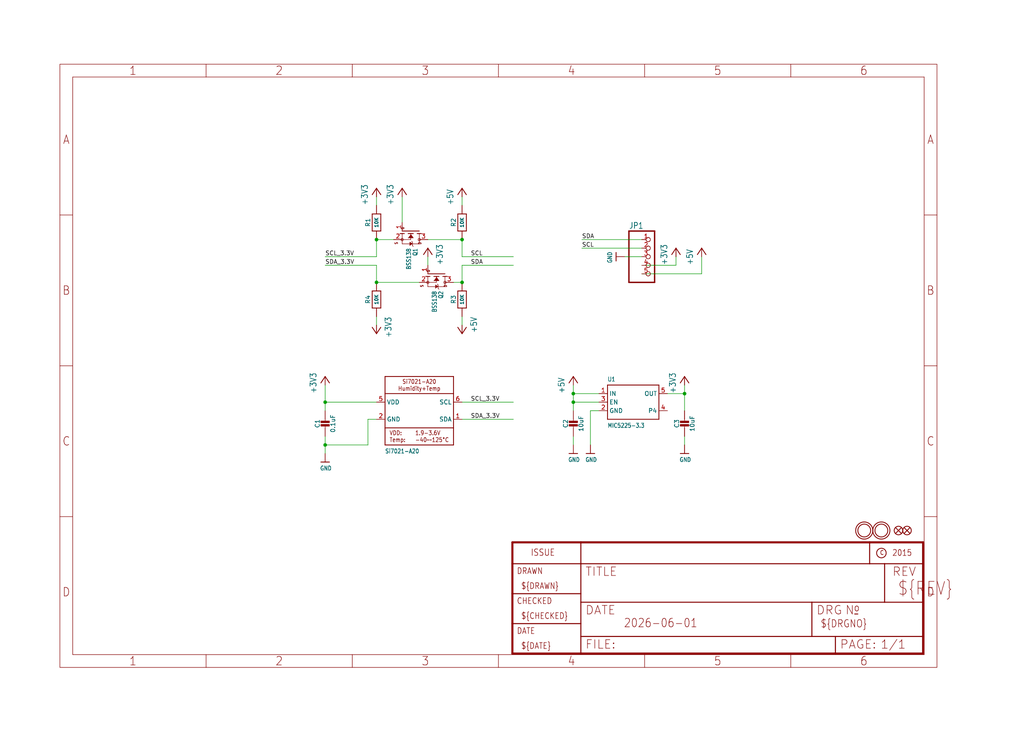
<source format=kicad_sch>
(kicad_sch (version 20230121) (generator eeschema)
  (paper "User" 303.962 217.322)
  (lib_symbols
    (symbol "working-eagle-import:+3V3" (power)
      (property "Value" "+3V3" (at -2.54 -5.08 90))
      (symbol "+3V3_1_0"
        (polyline (pts (xy 0 0) (xy -1.27 -1.905)) (stroke (width 0.254)))
        (polyline (pts (xy 1.27 -1.905) (xy 0 0)) (stroke (width 0.254)))
        (pin power_in line (at 0 -2.54 90) (length 2.54) (name "+3V3") (number "1"))
      )
    )
    (symbol "working-eagle-import:+5V" (power)
      (property "Value" "+5V" (at -2.54 -5.08 90))
      (symbol "+5V_1_0"
        (polyline (pts (xy 0 0) (xy -1.27 -1.905)) (stroke (width 0.254)))
        (polyline (pts (xy 1.27 -1.905) (xy 0 0)) (stroke (width 0.254)))
        (pin power_in line (at 0 -2.54 90) (length 2.54) (name "+5V") (number "1"))
      )
    )
    (symbol "working-eagle-import:CAP_CERAMIC0805-NOOUTLINE"
      (property "Reference" "C" (at -2.29 1.25 90))
      (symbol "CAP_CERAMIC0805-NOOUTLINE_1_0"
        (rectangle (start -1.27 0.508) (end 1.27 1.016) (fill (type outline)))
        (rectangle (start -1.27 1.524) (end 1.27 2.032) (fill (type outline)))
        (polyline (pts (xy 0 0.762) (xy 0 0)) (stroke (width 0.1524)))
        (polyline (pts (xy 0 2.54) (xy 0 1.778)) (stroke (width 0.1524)))
        (pin passive line (at 0 5.08 270) (length 2.54) (name "1") (number "1"))
        (pin passive line (at 0 -2.54 90) (length 2.54) (name "2") (number "2"))
      )
    )
    (symbol "working-eagle-import:FIDUCIAL{dblquote}{dblquote}"
      (symbol "FIDUCIAL{dblquote}{dblquote}_1_0"
        (polyline (pts (xy -0.762 0.762) (xy 0.762 -0.762)) (stroke (width 0.254)))
        (polyline (pts (xy 0.762 0.762) (xy -0.762 -0.762)) (stroke (width 0.254)))
        (circle (center 0 0) (radius 1.27) (stroke (width 0.254)))
      )
    )
    (symbol "working-eagle-import:FRAME_A4"
      (symbol "FRAME_A4_1_0"
        (polyline (pts (xy 0 44.7675) (xy 3.81 44.7675)))
        (polyline (pts (xy 0 89.535) (xy 3.81 89.535)))
        (polyline (pts (xy 0 134.3025) (xy 3.81 134.3025)))
        (polyline (pts (xy 3.81 3.81) (xy 3.81 175.26)))
        (polyline (pts (xy 43.3917 0) (xy 43.3917 3.81)))
        (polyline (pts (xy 43.3917 175.26) (xy 43.3917 179.07)))
        (polyline (pts (xy 86.7833 0) (xy 86.7833 3.81)))
        (polyline (pts (xy 86.7833 175.26) (xy 86.7833 179.07)))
        (polyline (pts (xy 130.175 0) (xy 130.175 3.81)))
        (polyline (pts (xy 130.175 175.26) (xy 130.175 179.07)))
        (polyline (pts (xy 173.5667 0) (xy 173.5667 3.81)))
        (polyline (pts (xy 173.5667 175.26) (xy 173.5667 179.07)))
        (polyline (pts (xy 216.9583 0) (xy 216.9583 3.81)))
        (polyline (pts (xy 216.9583 175.26) (xy 216.9583 179.07)))
        (polyline (pts (xy 256.54 3.81) (xy 3.81 3.81)))
        (polyline (pts (xy 256.54 3.81) (xy 256.54 8.89)) (stroke (width 0.1016)))
        (polyline (pts (xy 256.54 3.81) (xy 256.54 175.26)))
        (polyline (pts (xy 256.54 8.89) (xy 256.54 13.97)) (stroke (width 0.1016)))
        (polyline (pts (xy 256.54 13.97) (xy 256.54 19.05)) (stroke (width 0.1016)))
        (polyline (pts (xy 256.54 19.05) (xy 256.54 36.83)) (stroke (width 0.1016)))
        (polyline (pts (xy 256.54 44.7675) (xy 260.35 44.7675)))
        (polyline (pts (xy 256.54 89.535) (xy 260.35 89.535)))
        (polyline (pts (xy 256.54 134.3025) (xy 260.35 134.3025)))
        (polyline (pts (xy 256.54 175.26) (xy 3.81 175.26)))
        (polyline (pts (xy 0 0) (xy 260.35 0) (xy 260.35 179.07) (xy 0 179.07) (xy 0 0)))
        (text "1" (at 21.6958 1.905 0) (effects (font (size 2.54 2.286))))
        (text "1" (at 21.6958 177.165 0) (effects (font (size 2.54 2.286))))
        (text "2" (at 65.0875 1.905 0) (effects (font (size 2.54 2.286))))
        (text "2" (at 65.0875 177.165 0) (effects (font (size 2.54 2.286))))
        (text "3" (at 108.4792 1.905 0) (effects (font (size 2.54 2.286))))
        (text "3" (at 108.4792 177.165 0) (effects (font (size 2.54 2.286))))
        (text "4" (at 151.8708 1.905 0) (effects (font (size 2.54 2.286))))
        (text "4" (at 151.8708 177.165 0) (effects (font (size 2.54 2.286))))
        (text "5" (at 195.2625 1.905 0) (effects (font (size 2.54 2.286))))
        (text "5" (at 195.2625 177.165 0) (effects (font (size 2.54 2.286))))
        (text "6" (at 238.6542 1.905 0) (effects (font (size 2.54 2.286))))
        (text "6" (at 238.6542 177.165 0) (effects (font (size 2.54 2.286))))
        (text "A" (at 1.905 156.6863 0) (effects (font (size 2.54 2.286))))
        (text "A" (at 258.445 156.6863 0) (effects (font (size 2.54 2.286))))
        (text "B" (at 1.905 111.9188 0) (effects (font (size 2.54 2.286))))
        (text "B" (at 258.445 111.9188 0) (effects (font (size 2.54 2.286))))
        (text "C" (at 1.905 67.1513 0) (effects (font (size 2.54 2.286))))
        (text "C" (at 258.445 67.1513 0) (effects (font (size 2.54 2.286))))
        (text "D" (at 1.905 22.3838 0) (effects (font (size 2.54 2.286))))
        (text "D" (at 258.445 22.3838 0) (effects (font (size 2.54 2.286))))
      )
      (symbol "FRAME_A4_2_0"
        (polyline (pts (xy -0.3048 1.5748) (xy 20.0152 1.5748)) (stroke (width 0.6096)))
        (polyline (pts (xy -0.3048 10.4648) (xy -0.3048 1.5748)) (stroke (width 0.6096)))
        (polyline (pts (xy -0.3048 10.4648) (xy 20.0152 10.4648)) (stroke (width 0.3048)))
        (polyline (pts (xy -0.3048 19.3548) (xy -0.3048 10.4648)) (stroke (width 0.6096)))
        (polyline (pts (xy -0.3048 19.3548) (xy 20.0152 19.3548)) (stroke (width 0.3048)))
        (polyline (pts (xy -0.3048 28.2448) (xy -0.3048 19.3548)) (stroke (width 0.6096)))
        (polyline (pts (xy -0.3048 28.2448) (xy 20.0152 28.2448)) (stroke (width 0.3048)))
        (polyline (pts (xy -0.3048 34.5948) (xy -0.3048 28.2448)) (stroke (width 0.6096)))
        (polyline (pts (xy 20.0152 1.5748) (xy 20.0152 6.6548)) (stroke (width 0.3048)))
        (polyline (pts (xy 20.0152 1.5748) (xy 95.5802 1.5748)) (stroke (width 0.6096)))
        (polyline (pts (xy 20.0152 6.6548) (xy 20.0152 10.4648)) (stroke (width 0.3048)))
        (polyline (pts (xy 20.0152 6.6548) (xy 88.5952 6.6548)) (stroke (width 0.3048)))
        (polyline (pts (xy 20.0152 10.4648) (xy 20.0152 16.8148)) (stroke (width 0.3048)))
        (polyline (pts (xy 20.0152 16.8148) (xy 20.0152 19.3548)) (stroke (width 0.3048)))
        (polyline (pts (xy 20.0152 19.3548) (xy 20.0152 28.2448)) (stroke (width 0.3048)))
        (polyline (pts (xy 20.0152 28.2448) (xy 20.0152 34.5948)) (stroke (width 0.3048)))
        (polyline (pts (xy 20.0152 28.2448) (xy 105.7402 28.2448)) (stroke (width 0.3048)))
        (polyline (pts (xy 20.0152 34.5948) (xy -0.3048 34.5948)) (stroke (width 0.6096)))
        (polyline (pts (xy 88.5952 6.6548) (xy 95.5802 6.6548)) (stroke (width 0.3048)))
        (polyline (pts (xy 88.5952 16.8148) (xy 20.0152 16.8148)) (stroke (width 0.3048)))
        (polyline (pts (xy 88.5952 16.8148) (xy 88.5952 6.6548)) (stroke (width 0.3048)))
        (polyline (pts (xy 95.5802 1.5748) (xy 121.6152 1.5748)) (stroke (width 0.6096)))
        (polyline (pts (xy 95.5802 6.6548) (xy 95.5802 1.5748)) (stroke (width 0.3048)))
        (polyline (pts (xy 95.5802 6.6548) (xy 121.6152 6.6548)) (stroke (width 0.3048)))
        (polyline (pts (xy 101.2952 13.3223) (xy 102.2477 13.3223)) (stroke (width 0.254)))
        (polyline (pts (xy 105.7402 28.2448) (xy 105.7402 34.5948)) (stroke (width 0.3048)))
        (polyline (pts (xy 105.7402 28.2448) (xy 110.1852 28.2448)) (stroke (width 0.3048)))
        (polyline (pts (xy 105.7402 34.5948) (xy 20.0152 34.5948)) (stroke (width 0.6096)))
        (polyline (pts (xy 110.1852 16.8148) (xy 88.5952 16.8148)) (stroke (width 0.3048)))
        (polyline (pts (xy 110.1852 28.2448) (xy 110.1852 16.8148)) (stroke (width 0.3048)))
        (polyline (pts (xy 110.1852 28.2448) (xy 121.6152 28.2448)) (stroke (width 0.3048)))
        (polyline (pts (xy 121.6152 6.6548) (xy 121.6152 1.5748)) (stroke (width 0.6096)))
        (polyline (pts (xy 121.6152 16.8148) (xy 110.1852 16.8148)) (stroke (width 0.3048)))
        (polyline (pts (xy 121.6152 16.8148) (xy 121.6152 6.6548)) (stroke (width 0.6096)))
        (polyline (pts (xy 121.6152 28.2448) (xy 121.6152 16.8148)) (stroke (width 0.6096)))
        (polyline (pts (xy 121.6152 34.5948) (xy 105.7402 34.5948)) (stroke (width 0.6096)))
        (polyline (pts (xy 121.6152 34.5948) (xy 121.6152 28.2448)) (stroke (width 0.6096)))
        (circle (center 109.2327 31.4198) (radius 1.4199) (stroke (width 0.254)))
        (text "${#}/${##}" (at 108.9152 2.8448 0) (effects (font (size 2.54 2.54)) (justify left bottom)))
        (text "${CHECKED}" (at 2.2352 11.7348 0) (effects (font (size 1.778 1.5113)) (justify left bottom)))
        (text "${COMPANY}" (at 23.349 29.6735 0) (effects (font (size 3.175 2.6987) (thickness 0.5397) bold) (justify left bottom)))
        (text "${CURRENT_DATE}" (at 32.7152 9.1948 0) (effects (font (size 2.54 2.159)) (justify left bottom)))
        (text "${DATE}" (at 2.2352 2.8448 0) (effects (font (size 1.778 1.5113)) (justify left bottom)))
        (text "${DRAWN}" (at 2.2352 20.6248 0) (effects (font (size 1.778 1.5113)) (justify left bottom)))
        (text "${DRGNO}" (at 91.1352 9.1948 0) (effects (font (size 2.1844 1.8567)) (justify left bottom)))
        (text "${PROJECTNAME}" (at 33.0327 2.8448 0) (effects (font (size 2.54 2.159)) (justify left bottom)))
        (text "${REV}" (at 113.9952 18.7198 0) (effects (font (size 3.81 3.2385)) (justify left bottom)))
        (text "2015" (at 112.4077 30.4673 0) (effects (font (size 1.778 1.5113)) (justify left bottom)))
        (text "C" (at 108.7564 30.7848 0) (effects (font (size 1.27 1.0795)) (justify left bottom)))
        (text "CHECKED" (at 0.9652 16.1798 0) (effects (font (size 1.778 1.5113)) (justify left bottom)))
        (text "DATE" (at 0.9652 7.2898 0) (effects (font (size 1.778 1.5113)) (justify left bottom)))
        (text "DATE" (at 21.2852 13.0048 0) (effects (font (size 2.54 2.54)) (justify left bottom)))
        (text "DRAWN" (at 0.9652 25.0698 0) (effects (font (size 1.778 1.5113)) (justify left bottom)))
        (text "DRG" (at 89.8652 13.0048 0) (effects (font (size 2.54 2.54)) (justify left bottom)))
        (text "FILE:" (at 21.2852 2.8448 0) (effects (font (size 2.54 2.54)) (justify left bottom)))
        (text "ISSUE" (at 5.0927 30.4673 0) (effects (font (size 1.9304 1.6408)) (justify left bottom)))
        (text "N" (at 98.4377 13.0048 0) (effects (font (size 2.54 2.54)) (justify left bottom)))
        (text "o" (at 100.9777 13.9573 0) (effects (font (size 2.1844 1.8567)) (justify left bottom)))
        (text "PAGE:" (at 96.8502 2.8448 0) (effects (font (size 2.54 2.54)) (justify left bottom)))
        (text "REV" (at 112.4077 24.4348 0) (effects (font (size 2.54 2.54)) (justify left bottom)))
        (text "TITLE" (at 21.2852 24.4348 0) (effects (font (size 2.54 2.54)) (justify left bottom)))
      )
    )
    (symbol "working-eagle-import:GND" (power)
      (property "Value" "GND" (at -1.524 -2.54 0))
      (symbol "GND_1_0"
        (polyline (pts (xy -1.27 0) (xy 1.27 0)) (stroke (width 0.254)))
        (pin power_in line (at 0 2.54 270) (length 2.54) (name "GND") (number "1"))
      )
    )
    (symbol "working-eagle-import:HEADER-1X570MIL"
      (property "Reference" "JP" (at -6.35 8.255 0))
      (symbol "HEADER-1X570MIL_1_0"
        (polyline (pts (xy -6.35 -7.62) (xy 1.27 -7.62)) (stroke (width 0.4064)))
        (polyline (pts (xy -6.35 7.62) (xy -6.35 -7.62)) (stroke (width 0.4064)))
        (polyline (pts (xy 1.27 -7.62) (xy 1.27 7.62)) (stroke (width 0.4064)))
        (polyline (pts (xy 1.27 7.62) (xy -6.35 7.62)) (stroke (width 0.4064)))
        (pin passive inverted (at -2.54 5.08 0) (length 2.54) (name "1") (number "1"))
        (pin passive inverted (at -2.54 2.54 0) (length 2.54) (name "2") (number "2"))
        (pin passive inverted (at -2.54 0 0) (length 2.54) (name "3") (number "3"))
        (pin passive inverted (at -2.54 -2.54 0) (length 2.54) (name "4") (number "4"))
        (pin passive inverted (at -2.54 -5.08 0) (length 2.54) (name "5") (number "5"))
      )
    )
    (symbol "working-eagle-import:MOSFET-NWIDE"
      (property "Reference" "Q" (at 5.08 0.635 0))
      (symbol "MOSFET-NWIDE_1_0"
        (polyline (pts (xy 0 2.54) (xy 0 -2.54)) (stroke (width 0.254)))
        (polyline (pts (xy 0.762 -2.54) (xy 0.762 -3.175)) (stroke (width 0.254)))
        (polyline (pts (xy 0.762 -1.905) (xy 0.762 -2.54)) (stroke (width 0.254)))
        (polyline (pts (xy 0.762 0) (xy 0.762 -0.762)) (stroke (width 0.254)))
        (polyline (pts (xy 0.762 0) (xy 2.54 0)) (stroke (width 0.1524)))
        (polyline (pts (xy 0.762 0.762) (xy 0.762 0)) (stroke (width 0.254)))
        (polyline (pts (xy 0.762 2.54) (xy 0.762 1.905)) (stroke (width 0.254)))
        (polyline (pts (xy 0.762 2.54) (xy 3.81 2.54)) (stroke (width 0.1524)))
        (polyline (pts (xy 0.762 3.175) (xy 0.762 2.54)) (stroke (width 0.254)))
        (polyline (pts (xy 2.54 -2.54) (xy 0.762 -2.54)) (stroke (width 0.1524)))
        (polyline (pts (xy 2.54 -2.54) (xy 3.81 -2.54)) (stroke (width 0.1524)))
        (polyline (pts (xy 2.54 0) (xy 2.54 -2.54)) (stroke (width 0.1524)))
        (polyline (pts (xy 3.302 0.508) (xy 3.048 0.254)) (stroke (width 0.1524)))
        (polyline (pts (xy 3.81 0.508) (xy 3.302 0.508)) (stroke (width 0.1524)))
        (polyline (pts (xy 3.81 0.508) (xy 3.81 -2.54)) (stroke (width 0.1524)))
        (polyline (pts (xy 3.81 2.54) (xy 3.81 0.508)) (stroke (width 0.1524)))
        (polyline (pts (xy 4.318 0.508) (xy 3.81 0.508)) (stroke (width 0.1524)))
        (polyline (pts (xy 4.572 0.762) (xy 4.318 0.508)) (stroke (width 0.1524)))
        (polyline (pts (xy 1.016 0) (xy 2.032 0.762) (xy 2.032 -0.762)) (stroke (width 0.1524)) (fill (type outline)))
        (polyline (pts (xy 3.81 0.508) (xy 3.302 -0.254) (xy 4.318 -0.254)) (stroke (width 0.1524)) (fill (type outline)))
        (circle (center 2.54 -2.54) (radius 0.3592))
        (circle (center 2.54 2.54) (radius 0.3592))
        (text "D" (at 3.175 3.175 0) (effects (font (size 0.8128 0.6908)) (justify left bottom)))
        (text "G" (at -1.27 -1.905 0) (effects (font (size 0.8128 0.6908)) (justify left bottom)))
        (text "S" (at 3.175 -3.81 0) (effects (font (size 0.8128 0.6908)) (justify left bottom)))
        (pin bidirectional line (at -2.54 -2.54 0) (length 2.54) (name "G") (number "1"))
        (pin bidirectional line (at 2.54 -5.08 90) (length 2.54) (name "S") (number "2"))
        (pin bidirectional line (at 2.54 5.08 270) (length 2.54) (name "D") (number "3"))
      )
    )
    (symbol "working-eagle-import:MOUNTINGHOLE2.5"
      (symbol "MOUNTINGHOLE2.5_1_0"
        (circle (center 0 0) (radius 1.905) (stroke (width 0.254)))
        (circle (center 0 0) (radius 2.54) (stroke (width 0.254)))
      )
    )
    (symbol "working-eagle-import:RESISTOR0805_NOOUTLINE"
      (property "Reference" "R" (at 0 2.54 0))
      (symbol "RESISTOR0805_NOOUTLINE_1_0"
        (polyline (pts (xy -2.54 -1.27) (xy -2.54 1.27)) (stroke (width 0.254)))
        (polyline (pts (xy -2.54 1.27) (xy 2.54 1.27)) (stroke (width 0.254)))
        (polyline (pts (xy 2.54 -1.27) (xy -2.54 -1.27)) (stroke (width 0.254)))
        (polyline (pts (xy 2.54 1.27) (xy 2.54 -1.27)) (stroke (width 0.254)))
        (pin passive line (at -5.08 0 0) (length 2.54) (name "1") (number "1"))
        (pin passive line (at 5.08 0 180) (length 2.54) (name "2") (number "2"))
      )
    )
    (symbol "working-eagle-import:SI7021-A20"
      (symbol "SI7021-A20_1_0"
        (polyline (pts (xy -10.16 -10.16) (xy 10.16 -10.16)) (stroke (width 0.254)))
        (polyline (pts (xy -10.16 -5.08) (xy -10.16 -10.16)) (stroke (width 0.254)))
        (polyline (pts (xy -10.16 -5.08) (xy -10.16 5.08)) (stroke (width 0.254)))
        (polyline (pts (xy -10.16 5.08) (xy -10.16 10.16)) (stroke (width 0.254)))
        (polyline (pts (xy -10.16 5.08) (xy 10.16 5.08)) (stroke (width 0.254)))
        (polyline (pts (xy -10.16 10.16) (xy 10.16 10.16)) (stroke (width 0.254)))
        (polyline (pts (xy 10.16 -10.16) (xy 10.16 -5.08)) (stroke (width 0.254)))
        (polyline (pts (xy 10.16 -5.08) (xy -10.16 -5.08)) (stroke (width 0.254)))
        (polyline (pts (xy 10.16 5.08) (xy 10.16 -5.08)) (stroke (width 0.254)))
        (polyline (pts (xy 10.16 10.16) (xy 10.16 5.08)) (stroke (width 0.254)))
        (text "1.9-3.6V\n-40~~125°C" (at -1.27 -7.62 0) (effects (font (size 1.27 1.0795)) (justify left)))
        (text "Si7021-A20\nHumidity+Temp" (at 0 7.62 0) (effects (font (size 1.27 1.0795))))
        (text "VDD:\nTemp:" (at -8.89 -7.62 0) (effects (font (size 1.27 1.0795)) (justify left)))
        (pin open_collector line (at 12.7 -2.54 180) (length 2.54) (name "SDA") (number "1"))
        (pin power_in line (at -12.7 -2.54 0) (length 2.54) (name "GND") (number "2"))
        (pin power_in line (at -12.7 2.54 0) (length 2.54) (name "VDD") (number "5"))
        (pin open_collector line (at 12.7 2.54 180) (length 2.54) (name "SCL") (number "6"))
      )
    )
    (symbol "working-eagle-import:VREG_SOT23-5"
      (property "Reference" "U" (at -7.62 6.096 0))
      (symbol "VREG_SOT23-5_1_0"
        (polyline (pts (xy -7.62 -5.08) (xy -7.62 5.08)) (stroke (width 0.254)))
        (polyline (pts (xy -7.62 5.08) (xy 7.62 5.08)) (stroke (width 0.254)))
        (polyline (pts (xy 7.62 -5.08) (xy -7.62 -5.08)) (stroke (width 0.254)))
        (polyline (pts (xy 7.62 5.08) (xy 7.62 -5.08)) (stroke (width 0.254)))
        (pin power_in line (at -10.16 2.54 0) (length 2.54) (name "IN") (number "1"))
        (pin power_in line (at -10.16 -2.54 0) (length 2.54) (name "GND") (number "2"))
        (pin input line (at -10.16 0 0) (length 2.54) (name "EN") (number "3"))
        (pin bidirectional line (at 10.16 -2.54 180) (length 2.54) (name "P4") (number "4"))
        (pin power_in line (at 10.16 2.54 180) (length 2.54) (name "OUT") (number "5"))
      )
    )
  )
  (junction (at 111.76 83.82))
  (junction (at 111.76 71.12))
  (junction (at 203.2 116.84))
  (junction (at 137.16 71.12))
  (junction (at 96.52 132.08))
  (junction (at 137.16 83.82))
  (junction (at 170.18 116.84))
  (junction (at 96.52 119.38))
  (junction (at 170.18 119.38))
  (wire (pts (xy 190.5 73.66) (xy 172.72 73.66)) (stroke (width 0.1524)))
  (wire (pts (xy 109.22 124.46) (xy 111.76 124.46)) (stroke (width 0.1524)))
  (wire (pts (xy 200.66 78.74) (xy 200.66 76.2)) (stroke (width 0.1524)))
  (wire (pts (xy 177.8 116.84) (xy 170.18 116.84)) (stroke (width 0.1524)))
  (wire (pts (xy 170.18 129.54) (xy 170.18 132.08)) (stroke (width 0.1524)))
  (wire (pts (xy 175.26 121.92) (xy 175.26 132.08)) (stroke (width 0.1524)))
  (wire (pts (xy 127 76.2) (xy 127 78.74)) (stroke (width 0.1524)))
  (wire (pts (xy 190.5 81.28) (xy 208.28 81.28)) (stroke (width 0.1524)))
  (wire (pts (xy 137.16 96.52) (xy 137.16 93.98)) (stroke (width 0.1524)))
  (wire (pts (xy 137.16 124.46) (xy 152.4 124.46)) (stroke (width 0.1524)))
  (wire (pts (xy 111.76 96.52) (xy 111.76 93.98)) (stroke (width 0.1524)))
  (wire (pts (xy 96.52 129.54) (xy 96.52 132.08)) (stroke (width 0.1524)))
  (wire (pts (xy 203.2 116.84) (xy 203.2 114.3)) (stroke (width 0.1524)))
  (wire (pts (xy 177.8 119.38) (xy 170.18 119.38)) (stroke (width 0.1524)))
  (wire (pts (xy 137.16 71.12) (xy 137.16 76.2)) (stroke (width 0.1524)))
  (wire (pts (xy 127 71.12) (xy 137.16 71.12)) (stroke (width 0.1524)))
  (wire (pts (xy 96.52 132.08) (xy 96.52 134.62)) (stroke (width 0.1524)))
  (wire (pts (xy 111.76 58.42) (xy 111.76 60.96)) (stroke (width 0.1524)))
  (wire (pts (xy 203.2 121.92) (xy 203.2 116.84)) (stroke (width 0.1524)))
  (wire (pts (xy 137.16 78.74) (xy 152.4 78.74)) (stroke (width 0.1524)))
  (wire (pts (xy 96.52 132.08) (xy 109.22 132.08)) (stroke (width 0.1524)))
  (wire (pts (xy 170.18 119.38) (xy 170.18 121.92)) (stroke (width 0.1524)))
  (wire (pts (xy 96.52 119.38) (xy 111.76 119.38)) (stroke (width 0.1524)))
  (wire (pts (xy 137.16 83.82) (xy 137.16 78.74)) (stroke (width 0.1524)))
  (wire (pts (xy 177.8 121.92) (xy 175.26 121.92)) (stroke (width 0.1524)))
  (wire (pts (xy 203.2 129.54) (xy 203.2 132.08)) (stroke (width 0.1524)))
  (wire (pts (xy 96.52 114.3) (xy 96.52 119.38)) (stroke (width 0.1524)))
  (wire (pts (xy 137.16 83.82) (xy 134.62 83.82)) (stroke (width 0.1524)))
  (wire (pts (xy 137.16 58.42) (xy 137.16 60.96)) (stroke (width 0.1524)))
  (wire (pts (xy 111.76 71.12) (xy 116.84 71.12)) (stroke (width 0.1524)))
  (wire (pts (xy 170.18 116.84) (xy 170.18 114.3)) (stroke (width 0.1524)))
  (wire (pts (xy 137.16 76.2) (xy 152.4 76.2)) (stroke (width 0.1524)))
  (wire (pts (xy 96.52 78.74) (xy 111.76 78.74)) (stroke (width 0.1524)))
  (wire (pts (xy 190.5 78.74) (xy 200.66 78.74)) (stroke (width 0.1524)))
  (wire (pts (xy 111.76 83.82) (xy 111.76 78.74)) (stroke (width 0.1524)))
  (wire (pts (xy 124.46 83.82) (xy 111.76 83.82)) (stroke (width 0.1524)))
  (wire (pts (xy 96.52 121.92) (xy 96.52 119.38)) (stroke (width 0.1524)))
  (wire (pts (xy 198.12 116.84) (xy 203.2 116.84)) (stroke (width 0.1524)))
  (wire (pts (xy 170.18 119.38) (xy 170.18 116.84)) (stroke (width 0.1524)))
  (wire (pts (xy 111.76 76.2) (xy 96.52 76.2)) (stroke (width 0.1524)))
  (wire (pts (xy 119.38 66.04) (xy 119.38 58.42)) (stroke (width 0.1524)))
  (wire (pts (xy 208.28 81.28) (xy 208.28 76.2)) (stroke (width 0.1524)))
  (wire (pts (xy 111.76 76.2) (xy 111.76 71.12)) (stroke (width 0.1524)))
  (wire (pts (xy 190.5 76.2) (xy 185.42 76.2)) (stroke (width 0.1524)))
  (wire (pts (xy 109.22 132.08) (xy 109.22 124.46)) (stroke (width 0.1524)))
  (wire (pts (xy 152.4 119.38) (xy 137.16 119.38)) (stroke (width 0.1524)))
  (wire (pts (xy 172.72 71.12) (xy 190.5 71.12)) (stroke (width 0.1524)))
  (label "SCL_3.3V" (at 96.52 76.2 0) (effects (font (size 1.2446 1.2446))))
  (label "SDA_3.3V" (at 139.7 124.46 0) (effects (font (size 1.2446 1.2446))))
  (label "SCL" (at 139.7 76.2 0) (effects (font (size 1.2446 1.2446))))
  (label "SDA" (at 139.7 78.74 0) (effects (font (size 1.2446 1.2446))))
  (label "SDA" (at 172.72 71.12 0) (effects (font (size 1.2446 1.2446))))
  (label "SCL" (at 172.72 73.66 0) (effects (font (size 1.2446 1.2446))))
  (label "SDA_3.3V" (at 96.52 78.74 0) (effects (font (size 1.2446 1.2446))))
  (label "SCL_3.3V" (at 139.7 119.38 0) (effects (font (size 1.2446 1.2446))))
  (symbol (lib_id "working-eagle-import:FRAME_A4") (at 17.78 198.12 0) (unit 1)
    (property "Reference" "#FRAME1" (effects hide))
    (property "Value" "FRAME_A4" (effects hide))
  )
  (symbol (lib_id "working-eagle-import:RESISTOR0805_NOOUTLINE") (at 137.16 66.04 90) (unit 1)
    (property "Reference" "R2" (at 134.62 66.04 0))
    (property "Value" "10K" (at 137.16 66.04 0) (effects (font (size 1.016 1.016) bold)))
    (property "Footprint" "working:0805-NO" (effects hide))
  )
  (symbol (lib_id "working-eagle-import:FRAME_A4") (at 152.4 195.58 0) (unit 2)
    (property "Reference" "#FRAME1" (effects hide))
    (property "Value" "FRAME_A4" (effects hide))
  )
  (symbol (lib_id "working-eagle-import:+5V") (at 170.18 111.76 0) (unit 1)
    (property "Reference" "#P+2" (effects hide))
    (property "Value" "+5V" (at 167.64 116.84 90) (effects (font (size 1.778 1.5113)) (justify left bottom)))
  )
  (symbol (lib_id "working-eagle-import:+3V3") (at 200.66 73.66 0) (unit 1)
    (property "Reference" "#+3V7" (effects hide))
    (property "Value" "+3V3" (at 198.12 78.74 90) (effects (font (size 1.778 1.5113)) (justify left bottom)))
  )
  (symbol (lib_id "working-eagle-import:GND") (at 203.2 134.62 0) (unit 1)
    (property "Reference" "#U$4" (effects hide))
    (property "Value" "GND" (at 201.676 137.16 0) (effects (font (size 1.27 1.0795)) (justify left bottom)))
  )
  (symbol (lib_id "working-eagle-import:FIDUCIAL{dblquote}{dblquote}") (at 269.24 157.48 0) (unit 1)
    (property "Reference" "FID1" (effects hide))
    (property "Value" "FIDUCIAL{dblquote}{dblquote}" (effects hide))
    (property "Footprint" "working:FIDUCIAL_1MM" (effects hide))
  )
  (symbol (lib_id "working-eagle-import:CAP_CERAMIC0805-NOOUTLINE") (at 96.52 127 0) (unit 1)
    (property "Reference" "C1" (at 94.23 125.75 90))
    (property "Value" "0.1uF" (at 98.82 125.75 90))
    (property "Footprint" "working:0805-NO" (effects hide))
  )
  (symbol (lib_id "working-eagle-import:CAP_CERAMIC0805-NOOUTLINE") (at 203.2 127 0) (unit 1)
    (property "Reference" "C3" (at 200.91 125.75 90))
    (property "Value" "10uF" (at 205.5 125.75 90))
    (property "Footprint" "working:0805-NO" (effects hide))
  )
  (symbol (lib_id "working-eagle-import:RESISTOR0805_NOOUTLINE") (at 111.76 66.04 90) (unit 1)
    (property "Reference" "R1" (at 109.22 66.04 0))
    (property "Value" "10K" (at 111.76 66.04 0) (effects (font (size 1.016 1.016) bold)))
    (property "Footprint" "working:0805-NO" (effects hide))
  )
  (symbol (lib_id "working-eagle-import:+3V3") (at 111.76 55.88 0) (unit 1)
    (property "Reference" "#+3V4" (effects hide))
    (property "Value" "+3V3" (at 109.22 60.96 90) (effects (font (size 1.778 1.5113)) (justify left bottom)))
  )
  (symbol (lib_id "working-eagle-import:MOUNTINGHOLE2.5") (at 261.62 157.48 0) (unit 1)
    (property "Reference" "U$6" (effects hide))
    (property "Value" "MOUNTINGHOLE2.5" (effects hide))
    (property "Footprint" "working:MOUNTINGHOLE_2.5_PLATED" (effects hide))
  )
  (symbol (lib_id "working-eagle-import:MOUNTINGHOLE2.5") (at 256.54 157.48 0) (unit 1)
    (property "Reference" "U$7" (effects hide))
    (property "Value" "MOUNTINGHOLE2.5" (effects hide))
    (property "Footprint" "working:MOUNTINGHOLE_2.5_PLATED" (effects hide))
  )
  (symbol (lib_id "working-eagle-import:GND") (at 96.52 137.16 0) (unit 1)
    (property "Reference" "#U$2" (effects hide))
    (property "Value" "GND" (at 94.996 139.7 0) (effects (font (size 1.27 1.0795)) (justify left bottom)))
  )
  (symbol (lib_id "working-eagle-import:+3V3") (at 119.38 55.88 0) (unit 1)
    (property "Reference" "#+3V2" (effects hide))
    (property "Value" "+3V3" (at 116.84 60.96 90) (effects (font (size 1.778 1.5113)) (justify left bottom)))
  )
  (symbol (lib_id "working-eagle-import:+5V") (at 137.16 55.88 0) (unit 1)
    (property "Reference" "#P+1" (effects hide))
    (property "Value" "+5V" (at 134.62 60.96 90) (effects (font (size 1.778 1.5113)) (justify left bottom)))
  )
  (symbol (lib_id "working-eagle-import:MOSFET-NWIDE") (at 121.92 68.58 270) (unit 1)
    (property "Reference" "Q1" (at 122.555 73.66 0) (effects (font (size 1.27 1.0795)) (justify left bottom)))
    (property "Value" "BSS138" (at 120.65 73.66 0) (effects (font (size 1.27 1.0795)) (justify left bottom)))
    (property "Footprint" "working:SOT23-WIDE" (effects hide))
  )
  (symbol (lib_id "working-eagle-import:+3V3") (at 127 73.66 0) (mirror y) (unit 1)
    (property "Reference" "#+3V3" (effects hide))
    (property "Value" "+3V3" (at 129.54 78.74 90) (effects (font (size 1.778 1.5113)) (justify left bottom)))
  )
  (symbol (lib_id "working-eagle-import:+3V3") (at 203.2 111.76 0) (unit 1)
    (property "Reference" "#+3V6" (effects hide))
    (property "Value" "+3V3" (at 200.66 116.84 90) (effects (font (size 1.778 1.5113)) (justify left bottom)))
  )
  (symbol (lib_id "working-eagle-import:MOSFET-NWIDE") (at 129.54 81.28 270) (unit 1)
    (property "Reference" "Q2" (at 130.175 86.36 0) (effects (font (size 1.27 1.0795)) (justify left bottom)))
    (property "Value" "BSS138" (at 128.27 86.36 0) (effects (font (size 1.27 1.0795)) (justify left bottom)))
    (property "Footprint" "working:SOT23-WIDE" (effects hide))
  )
  (symbol (lib_id "working-eagle-import:+3V3") (at 111.76 99.06 180) (unit 1)
    (property "Reference" "#+3V5" (effects hide))
    (property "Value" "+3V3" (at 114.3 93.98 90) (effects (font (size 1.778 1.5113)) (justify left bottom)))
  )
  (symbol (lib_id "working-eagle-import:+3V3") (at 96.52 111.76 0) (unit 1)
    (property "Reference" "#+3V1" (effects hide))
    (property "Value" "+3V3" (at 93.98 116.84 90) (effects (font (size 1.778 1.5113)) (justify left bottom)))
  )
  (symbol (lib_id "working-eagle-import:SI7021-A20") (at 124.46 121.92 0) (unit 1)
    (property "Reference" "U2" (effects hide))
    (property "Value" "Si7021-A20" (at 114.3 134.62 0) (effects (font (size 1.27 1.0795)) (justify left bottom)))
    (property "Footprint" "working:DFN6_3X3_SI" (effects hide))
  )
  (symbol (lib_id "working-eagle-import:HEADER-1X570MIL") (at 193.04 76.2 0) (unit 1)
    (property "Reference" "JP1" (at 186.69 67.945 0) (effects (font (size 1.778 1.5113)) (justify left bottom)))
    (property "Value" "HEADER-1X570MIL" (effects hide))
    (property "Footprint" "working:1X05_ROUND_70" (effects hide))
  )
  (symbol (lib_id "working-eagle-import:VREG_SOT23-5") (at 187.96 119.38 0) (unit 1)
    (property "Reference" "U1" (at 180.34 113.284 0) (effects (font (size 1.27 1.0795)) (justify left bottom)))
    (property "Value" "MIC5225-3.3" (at 180.34 127 0) (effects (font (size 1.27 1.0795)) (justify left bottom)))
    (property "Footprint" "working:SOT23-5" (effects hide))
  )
  (symbol (lib_id "working-eagle-import:GND") (at 175.26 134.62 0) (unit 1)
    (property "Reference" "#U$5" (effects hide))
    (property "Value" "GND" (at 173.736 137.16 0) (effects (font (size 1.27 1.0795)) (justify left bottom)))
  )
  (symbol (lib_id "working-eagle-import:GND") (at 182.88 76.2 270) (unit 1)
    (property "Reference" "#U$8" (effects hide))
    (property "Value" "GND" (at 180.34 74.676 0) (effects (font (size 1.27 1.0795)) (justify left bottom)))
  )
  (symbol (lib_id "working-eagle-import:FIDUCIAL{dblquote}{dblquote}") (at 266.7 157.48 0) (unit 1)
    (property "Reference" "FID2" (effects hide))
    (property "Value" "FIDUCIAL{dblquote}{dblquote}" (effects hide))
    (property "Footprint" "working:FIDUCIAL_1MM" (effects hide))
  )
  (symbol (lib_id "working-eagle-import:CAP_CERAMIC0805-NOOUTLINE") (at 170.18 127 0) (unit 1)
    (property "Reference" "C2" (at 167.89 125.75 90))
    (property "Value" "10uF" (at 172.48 125.75 90))
    (property "Footprint" "working:0805-NO" (effects hide))
  )
  (symbol (lib_id "working-eagle-import:+5V") (at 208.28 73.66 0) (unit 1)
    (property "Reference" "#P+4" (effects hide))
    (property "Value" "+5V" (at 205.74 78.74 90) (effects (font (size 1.778 1.5113)) (justify left bottom)))
  )
  (symbol (lib_id "working-eagle-import:RESISTOR0805_NOOUTLINE") (at 111.76 88.9 90) (unit 1)
    (property "Reference" "R4" (at 109.22 88.9 0))
    (property "Value" "10K" (at 111.76 88.9 0) (effects (font (size 1.016 1.016) bold)))
    (property "Footprint" "working:0805-NO" (effects hide))
  )
  (symbol (lib_id "working-eagle-import:+5V") (at 137.16 99.06 180) (unit 1)
    (property "Reference" "#P+3" (effects hide))
    (property "Value" "+5V" (at 139.7 93.98 90) (effects (font (size 1.778 1.5113)) (justify left bottom)))
  )
  (symbol (lib_id "working-eagle-import:RESISTOR0805_NOOUTLINE") (at 137.16 88.9 90) (unit 1)
    (property "Reference" "R3" (at 134.62 88.9 0))
    (property "Value" "10K" (at 137.16 88.9 0) (effects (font (size 1.016 1.016) bold)))
    (property "Footprint" "working:0805-NO" (effects hide))
  )
  (symbol (lib_id "working-eagle-import:GND") (at 170.18 134.62 0) (unit 1)
    (property "Reference" "#U$3" (effects hide))
    (property "Value" "GND" (at 168.656 137.16 0) (effects (font (size 1.27 1.0795)) (justify left bottom)))
  )
)
</source>
